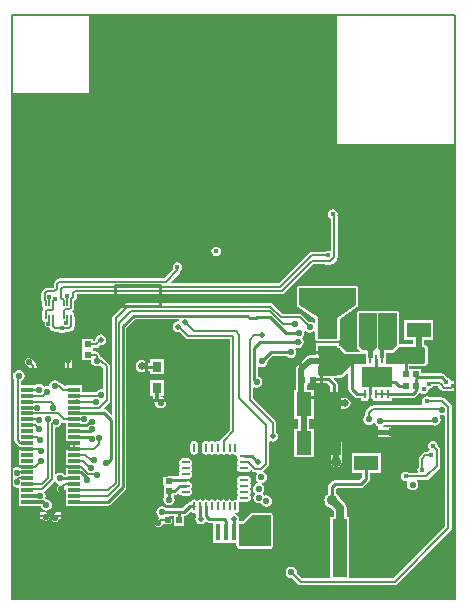
<source format=gbl>
%FSLAX25Y25*%
%MOIN*%
G70*
G01*
G75*
G04 Layer_Physical_Order=6*
G04 Layer_Color=16711680*
%ADD10C,0.01244*%
%ADD11C,0.01772*%
%ADD12C,0.00787*%
%ADD13C,0.01000*%
%ADD14C,0.01575*%
%ADD15R,0.01969X0.01969*%
%ADD16R,0.01969X0.01969*%
%ADD17R,0.19291X0.19291*%
%ADD18O,0.00984X0.02756*%
%ADD19O,0.02756X0.00984*%
%ADD20R,0.04134X0.04134*%
%ADD21R,0.04134X0.08858*%
%ADD22R,0.01083X0.00984*%
%ADD23R,0.01083X0.01969*%
%ADD24R,0.03150X0.06693*%
%ADD25R,0.07992X0.05000*%
%ADD26R,0.05512X0.04724*%
%ADD27R,0.12992X0.12992*%
%ADD28O,0.00984X0.03150*%
%ADD29O,0.03150X0.00984*%
%ADD30R,0.03937X0.01575*%
%ADD31R,0.03150X0.03543*%
%ADD32R,0.03543X0.03150*%
%ADD33C,0.00787*%
%ADD34R,0.02362X0.01969*%
%ADD35C,0.05906*%
%ADD36O,0.02559X0.00984*%
%ADD37O,0.00984X0.02559*%
%ADD38R,0.11024X0.11024*%
%ADD39R,0.03543X0.06299*%
%ADD40R,0.04921X0.07874*%
%ADD41R,0.05118X0.06693*%
%ADD42O,0.02559X0.00787*%
%ADD43O,0.00787X0.02559*%
%ADD44R,0.03307X0.04803*%
%ADD45R,0.01740X0.01378*%
%ADD46R,0.01772X0.00984*%
%ADD47R,0.02756X0.06299*%
%ADD48C,0.01264*%
%ADD49C,0.01969*%
%ADD50C,0.00866*%
%ADD51C,0.00709*%
%ADD52C,0.00800*%
%ADD53C,0.00591*%
%ADD54C,0.00669*%
%ADD55C,0.00984*%
%ADD56C,0.01181*%
%ADD57C,0.01378*%
%ADD58C,0.01410*%
%ADD59R,0.01953X0.01969*%
%ADD60R,0.02953X0.01969*%
%ADD61R,0.05906X0.04134*%
%ADD62R,0.04423X0.05873*%
%ADD63R,0.09700X0.03900*%
%ADD64R,0.06400X0.04800*%
%ADD65R,0.02400X0.02800*%
%ADD66R,0.02800X0.02400*%
%ADD67R,0.02500X0.02800*%
%ADD68R,0.15900X0.01100*%
%ADD69R,0.02589X0.09647*%
%ADD70R,0.01975X0.09510*%
%ADD71R,0.05649X0.04800*%
%ADD72R,0.18046X0.01322*%
%ADD73R,0.18000X0.02233*%
%ADD74R,0.01364X0.08514*%
%ADD75R,0.01331X0.08465*%
%ADD76R,0.22123X0.02927*%
%ADD77R,0.09823X0.14573*%
%ADD78R,0.08600X0.05500*%
%ADD79R,0.08100X0.05600*%
%ADD80R,0.03700X0.03400*%
%ADD81R,0.06197X0.04400*%
%ADD82R,0.22700X0.03200*%
%ADD83R,0.08421X0.04909*%
%ADD84R,0.01422X0.05191*%
%ADD85R,0.01545X0.00445*%
%ADD86R,0.01558X0.02675*%
%ADD87R,0.04000X0.02020*%
%ADD88C,0.02165*%
%ADD89C,0.01969*%
%ADD90C,0.01575*%
%ADD91C,0.01772*%
%ADD92C,0.11811*%
%ADD93C,0.03543*%
%ADD94C,0.02598*%
%ADD95C,0.02756*%
%ADD96C,0.02559*%
%ADD97C,0.02362*%
%ADD98C,0.02756*%
%ADD99C,0.03937*%
%ADD100R,0.04724X0.05315*%
%ADD101R,0.03937X0.01378*%
%ADD102R,0.03937X0.05709*%
%ADD103R,0.05000X0.07992*%
%ADD104R,0.09843X0.06890*%
%ADD105R,0.00906X0.03150*%
%ADD106R,0.06299X0.09843*%
%ADD107R,0.04724X0.19685*%
%ADD108R,0.06299X0.11811*%
%ADD109O,0.00591X0.01969*%
%ADD110O,0.02953X0.00984*%
%ADD111O,0.00984X0.02953*%
%ADD112R,0.07087X0.07480*%
%ADD113R,0.09055X0.07480*%
%ADD114R,0.01575X0.05512*%
G36*
X108221Y84373D02*
X108255Y84260D01*
X108278Y84145D01*
X108300Y84112D01*
X108312Y84074D01*
X108386Y83982D01*
X108452Y83884D01*
X108485Y83862D01*
X108510Y83831D01*
X108579Y83775D01*
X108614Y83757D01*
X108642Y83728D01*
X108715Y83698D01*
X108781Y83654D01*
X108820Y83647D01*
X108855Y83628D01*
X108895Y83624D01*
X108931Y83609D01*
X109033Y83588D01*
X109033Y83588D01*
X109082Y83579D01*
X109144Y83537D01*
X110852Y81830D01*
X111087Y81595D01*
X117878D01*
Y78445D01*
X113449D01*
X110958Y75954D01*
X109666Y74662D01*
X109604Y74621D01*
X109531Y74606D01*
X108705D01*
X108626D01*
X108548Y74622D01*
X107384D01*
X107307Y74606D01*
X105504D01*
X105378Y74631D01*
X102032D01*
Y74902D01*
X101933D01*
Y77721D01*
X105083D01*
X105774Y77859D01*
X106360Y78250D01*
X106752Y78836D01*
X106889Y79527D01*
X106752Y80219D01*
X106360Y80805D01*
X105774Y81196D01*
X105083Y81334D01*
X101948D01*
Y84433D01*
X107610D01*
X108221Y84373D01*
D02*
G37*
G36*
X137700Y83600D02*
Y78900D01*
X137300Y78500D01*
X137200Y78400D01*
X124800D01*
X124500Y78700D01*
Y81900D01*
X127000D01*
X129200Y84100D01*
X137200D01*
X137700Y83600D01*
D02*
G37*
G36*
X108100Y151600D02*
X147700D01*
D01*
X147700D01*
X147800Y151500D01*
Y72937D01*
X147414Y72620D01*
X146981Y72706D01*
X146601Y72630D01*
X146186Y72908D01*
X146165Y73014D01*
X145817Y73535D01*
X145296Y73883D01*
X144994Y73943D01*
X144009Y74928D01*
X143583Y75213D01*
X143081Y75313D01*
X136382D01*
Y76772D01*
X132839D01*
D01*
X132839Y76772D01*
X132839D01*
D01*
X132379Y76772D01*
Y77597D01*
X137200D01*
X137507Y77658D01*
X137768Y77832D01*
X137868Y77932D01*
X137868Y77932D01*
X138268Y78332D01*
X138442Y78593D01*
X138503Y78900D01*
Y83600D01*
X138503Y83600D01*
X138442Y83907D01*
X138268Y84168D01*
X138268Y84168D01*
X137768Y84668D01*
X137507Y84842D01*
X137204Y84902D01*
Y86516D01*
X140181D01*
Y93090D01*
X130614D01*
Y86516D01*
X133591D01*
Y84903D01*
X129200D01*
X129200Y84903D01*
X129051Y85025D01*
Y95268D01*
X128990Y95576D01*
X128816Y95836D01*
X128555Y96010D01*
X128248Y96071D01*
X121850D01*
X121637Y96029D01*
X121424Y96071D01*
X115551D01*
X115244Y96010D01*
X114983Y95836D01*
X114809Y95576D01*
X114748Y95268D01*
Y84442D01*
X114748Y84442D01*
X114809Y84135D01*
X114983Y83874D01*
X114983Y83874D01*
X115998Y82859D01*
X115807Y82397D01*
X111419D01*
X111419Y82397D01*
X109712Y84105D01*
X109646Y84149D01*
X109590Y84205D01*
X109528Y84246D01*
X109455Y84276D01*
X109451Y84279D01*
X109447Y84280D01*
X109403Y84298D01*
X109392Y84306D01*
X109392Y84306D01*
X109363Y84314D01*
X109239Y84366D01*
X109239Y84366D01*
D01*
D01*
X109190Y84376D01*
X109190D01*
X109190Y84376D01*
X109088Y84396D01*
D01*
X109061Y84418D01*
X109054Y84428D01*
X109027Y84455D01*
X109023Y84494D01*
X109020Y84505D01*
Y85236D01*
X101146D01*
Y84433D01*
Y81334D01*
X99276D01*
X98584Y81196D01*
X97998Y80805D01*
X95046Y77852D01*
X94654Y77266D01*
X94516Y76575D01*
Y69744D01*
X93862D01*
Y60177D01*
X95343D01*
Y56850D01*
X93862D01*
Y47284D01*
X100437D01*
Y56850D01*
X98956D01*
Y60177D01*
X100437D01*
Y69744D01*
X98129D01*
Y71358D01*
X98488D01*
Y72100D01*
X98944Y72404D01*
X99367Y72122D01*
X99866Y72022D01*
X104838D01*
X105845Y71015D01*
Y66492D01*
X105481Y65947D01*
X105343Y65256D01*
X105481Y64565D01*
X105872Y63979D01*
X106458Y63587D01*
X107150Y63450D01*
X110988D01*
X111679Y63587D01*
X112266Y63979D01*
X112657Y64565D01*
X112795Y65256D01*
X112657Y65947D01*
X112266Y66533D01*
X111679Y66925D01*
X110988Y67062D01*
X108454D01*
Y71555D01*
X108371Y71971D01*
X108355Y72054D01*
X108072Y72478D01*
X107142Y73407D01*
X107307Y73804D01*
X107384Y73819D01*
X107463D01*
X108469D01*
X108548D01*
X108626Y73804D01*
X109531D01*
X109609Y73819D01*
X109688D01*
X109761Y73833D01*
X109761Y73833D01*
X109761D01*
X109834Y73864D01*
X109838Y73865D01*
X109842Y73867D01*
X109887Y73886D01*
X109969Y73920D01*
X109973Y73921D01*
X109977Y73923D01*
X110050Y73953D01*
X110050Y73953D01*
X110050Y73953D01*
X110112Y73995D01*
X110168Y74051D01*
X110234Y74094D01*
X111525Y75386D01*
X111525Y75386D01*
Y75386D01*
X111987Y75195D01*
Y70100D01*
X112087Y69598D01*
X112372Y69172D01*
X114073Y67470D01*
X114073D01*
X114073Y67470D01*
X114073Y67470D01*
Y67470D01*
X114499Y67186D01*
X115002Y67086D01*
X116181D01*
Y66036D01*
X118661D01*
Y66837D01*
X119048Y67154D01*
X119390Y67086D01*
X119732Y67154D01*
X120118Y66837D01*
Y66036D01*
X126535D01*
Y67086D01*
X133520D01*
X134023Y67186D01*
X134449Y67470D01*
X134449Y67470D01*
X134449Y67470D01*
X135538Y68560D01*
X135606Y68661D01*
X136096Y68758D01*
X136447Y68524D01*
X137100Y68394D01*
X137753Y68524D01*
X138306Y68894D01*
X138676Y69447D01*
X138805Y70095D01*
X139453Y70224D01*
X140006Y70594D01*
X140302Y71036D01*
X141718D01*
X141834Y70920D01*
X141929Y70778D01*
X143059Y69648D01*
X143437Y69395D01*
X143437Y69395D01*
X143437Y69395D01*
D01*
X143437Y69395D01*
X143437Y69395D01*
X143882Y69307D01*
X146352D01*
X146798Y69395D01*
X146936Y69488D01*
X146954Y69500D01*
X146981Y69494D01*
X147414Y69580D01*
X147800Y69263D01*
Y0D01*
X0D01*
Y37348D01*
X441Y37583D01*
X845Y37313D01*
X1575Y37168D01*
X1877Y37228D01*
X2264Y36911D01*
Y36811D01*
Y35827D01*
Y32874D01*
Y30906D01*
X7776D01*
Y30977D01*
X9496D01*
X9557Y30668D01*
X9971Y30049D01*
X10589Y29636D01*
X11319Y29491D01*
X12049Y29636D01*
X12667Y30049D01*
X13081Y30668D01*
X13226Y31398D01*
X13081Y32127D01*
X12667Y32746D01*
X12049Y33159D01*
X11419Y33284D01*
X11328Y33375D01*
X11067Y33550D01*
X11013Y33818D01*
X11013D01*
X11013Y33818D01*
X11159Y34547D01*
X11013Y35277D01*
X10652Y35819D01*
X12269Y37436D01*
X12440Y37692D01*
X13882Y39134D01*
X14380Y39085D01*
X14498Y38908D01*
X15117Y38494D01*
X15353Y38447D01*
X15498Y37969D01*
X15192Y37663D01*
X14931Y37272D01*
X14839Y36811D01*
X14931Y36350D01*
X15192Y35960D01*
X15583Y35699D01*
X16043Y35607D01*
X16504Y35699D01*
X16895Y35960D01*
X17353Y36418D01*
X17815Y36226D01*
Y34843D01*
Y32874D01*
Y30906D01*
X23327D01*
Y31137D01*
X31890D01*
X32366Y31232D01*
X32770Y31502D01*
X37691Y36423D01*
X37961Y36827D01*
X38055Y37303D01*
X38055Y37303D01*
X38055Y37303D01*
Y37303D01*
Y90396D01*
X40943Y93283D01*
X55471D01*
X55551Y93186D01*
X55477Y92691D01*
X55373Y92622D01*
X55216Y92653D01*
X54525Y92515D01*
X53939Y92124D01*
X53548Y91538D01*
X53410Y90847D01*
X53548Y90155D01*
X53939Y89569D01*
X54525Y89178D01*
X55216Y89040D01*
X55631Y89123D01*
X57810Y86944D01*
X58201Y86683D01*
X58661Y86591D01*
X58662Y86591D01*
X72516D01*
Y56419D01*
X69626Y53529D01*
X69365Y53138D01*
X69273Y52678D01*
X69273Y52677D01*
X68984Y52634D01*
X68984Y52634D01*
X68984Y52634D01*
X68484Y52733D01*
X67985Y52634D01*
X67562Y52351D01*
X67438D01*
X67015Y52634D01*
X66516Y52733D01*
X66017Y52634D01*
X65593Y52351D01*
X65470D01*
X65047Y52634D01*
X64547Y52733D01*
X64048Y52634D01*
X63625Y52351D01*
X63342Y51928D01*
X63243Y51428D01*
Y49460D01*
X63342Y48961D01*
X63625Y48537D01*
X64048Y48255D01*
X64547Y48155D01*
X65047Y48255D01*
X65470Y48537D01*
X65593D01*
X66017Y48255D01*
X66516Y48155D01*
X67015Y48255D01*
X67438Y48537D01*
X67562D01*
X67985Y48255D01*
X68484Y48155D01*
X68984Y48255D01*
X69407Y48537D01*
X69530D01*
X69954Y48255D01*
X70453Y48155D01*
X70952Y48255D01*
X71375Y48537D01*
X71499D01*
X71922Y48255D01*
X72421Y48155D01*
X72921Y48255D01*
X73344Y48537D01*
X73467D01*
X73891Y48255D01*
X74390Y48155D01*
X74654Y48208D01*
X75008Y47854D01*
X74955Y47590D01*
X75055Y47091D01*
X75337Y46667D01*
Y46544D01*
X75055Y46121D01*
X74955Y45621D01*
X75055Y45122D01*
X75337Y44699D01*
Y44575D01*
X75055Y44152D01*
X74955Y43653D01*
X75055Y43154D01*
X75337Y42730D01*
X75761Y42448D01*
X76260Y42348D01*
X78228D01*
X78728Y42448D01*
X79151Y42730D01*
X79234Y42854D01*
X79731Y42903D01*
X80051Y42583D01*
X80052Y42583D01*
X80286Y42427D01*
X80442Y42322D01*
X80903Y42230D01*
X81310D01*
X81546Y41789D01*
X81238Y41330D01*
X81093Y40600D01*
X81238Y39870D01*
X81652Y39252D01*
X81840Y39126D01*
X81742Y38636D01*
X81370Y38562D01*
X80752Y38148D01*
X80338Y37530D01*
X80193Y36800D01*
X80338Y36070D01*
X80752Y35452D01*
X80752D01*
X80852Y35148D01*
X80438Y34530D01*
X80293Y33800D01*
X80438Y33070D01*
X80852Y32452D01*
X81470Y32038D01*
X82200Y31893D01*
X82925Y32037D01*
X82938Y31970D01*
X83352Y31352D01*
X83970Y30938D01*
X84700Y30793D01*
X85430Y30938D01*
X86048Y31352D01*
X86462Y31970D01*
X86607Y32700D01*
X86462Y33430D01*
X86048Y34048D01*
X85430Y34462D01*
X84700Y34607D01*
X84042Y34476D01*
X83962Y34530D01*
Y34530D01*
X83962Y34530D01*
X83548Y35148D01*
X83448Y35215D01*
Y35452D01*
X83862Y36070D01*
X84007Y36800D01*
X83862Y37530D01*
X83448Y38148D01*
X83260Y38274D01*
X83358Y38764D01*
X83730Y38838D01*
X84348Y39252D01*
X84762Y39870D01*
X84907Y40600D01*
X84762Y41330D01*
X84348Y41948D01*
X83730Y42362D01*
X83626Y42382D01*
X83586Y42583D01*
X85251Y44249D01*
X85513Y44639D01*
X85604Y45100D01*
Y52424D01*
X86045Y52659D01*
X86137Y52598D01*
X86828Y52461D01*
X87520Y52598D01*
X88106Y52990D01*
X88497Y53576D01*
X88635Y54267D01*
X88497Y54958D01*
X88106Y55544D01*
X88033Y55593D01*
Y58672D01*
X88033Y58672D01*
X87941Y59132D01*
X87680Y59523D01*
X87680Y59523D01*
X80299Y66904D01*
Y70260D01*
X80685Y70578D01*
X81398Y70436D01*
X82127Y70581D01*
X82746Y70994D01*
X83159Y71613D01*
X83304Y72342D01*
X83159Y73072D01*
X82746Y73691D01*
X82127Y74104D01*
X81953Y74139D01*
Y77266D01*
X82394Y77501D01*
X82440Y77471D01*
X83169Y77326D01*
X83899Y77471D01*
X84518Y77884D01*
X84931Y78503D01*
X85076Y79232D01*
X85052Y79355D01*
X86736Y81039D01*
X91397D01*
X91467Y80935D01*
X92085Y80522D01*
X92815Y80377D01*
X93545Y80522D01*
X94163Y80935D01*
X94577Y81554D01*
X94722Y82284D01*
X94577Y83013D01*
X94285Y83449D01*
X94563Y83865D01*
X95276Y83723D01*
X96005Y83868D01*
X96624Y84282D01*
X97037Y84900D01*
X97182Y85630D01*
X97037Y86360D01*
X96624Y86978D01*
Y87201D01*
X96821Y87333D01*
X97234Y87951D01*
X97379Y88681D01*
X97290Y89132D01*
X97751Y89323D01*
X97766Y89301D01*
X98384Y88888D01*
X99114Y88743D01*
X99844Y88888D01*
X100462Y89301D01*
X100933Y88987D01*
Y86811D01*
X100995Y86504D01*
X101146Y86278D01*
Y86024D01*
X101659D01*
X101736Y86008D01*
X108331D01*
X108408Y86024D01*
X109020D01*
Y86425D01*
X109072Y86504D01*
X109134Y86811D01*
Y93418D01*
X114986Y97437D01*
X115038Y97490D01*
X115099Y97531D01*
X115146Y97601D01*
X115205Y97662D01*
X115232Y97730D01*
X115273Y97792D01*
X115290Y97874D01*
X115321Y97953D01*
X115320Y98027D01*
X115334Y98099D01*
Y103642D01*
X115273Y103949D01*
X115099Y104209D01*
X114839Y104383D01*
X114532Y104445D01*
X95535D01*
X95228Y104383D01*
X94968Y104209D01*
X94794Y103949D01*
X94733Y103642D01*
Y98167D01*
X94747Y98094D01*
X94746Y98020D01*
X94777Y97942D01*
X94794Y97859D01*
X94835Y97798D01*
X94862Y97729D01*
X94921Y97669D01*
X94968Y97599D01*
X95029Y97558D01*
X95081Y97505D01*
X100933Y93486D01*
Y92313D01*
X100462Y91998D01*
X99844Y92411D01*
X99114Y92556D01*
X98944Y92523D01*
X96718Y94749D01*
X96327Y95010D01*
X95866Y95102D01*
X95866Y95102D01*
X90106D01*
X86856Y98352D01*
X86465Y98613D01*
X86004Y98704D01*
X86004Y98704D01*
X38388D01*
X37927Y98613D01*
X37537Y98352D01*
X37537Y98352D01*
X33637Y94451D01*
X33376Y94061D01*
X33284Y93600D01*
X33284Y93600D01*
Y61726D01*
X32822Y61534D01*
X31412Y62944D01*
X30987Y63228D01*
X30484Y63328D01*
X30393Y63548D01*
X32249Y65403D01*
X32249Y65403D01*
X32406Y65637D01*
X32510Y65794D01*
X32602Y66255D01*
Y77559D01*
X32602Y77559D01*
X32510Y78020D01*
X32249Y78411D01*
X32249Y78411D01*
X30281Y80379D01*
X29890Y80640D01*
X29619Y80694D01*
X29498Y80876D01*
X29354Y80972D01*
Y81004D01*
X29354Y81004D01*
X29262Y81465D01*
X29001Y81855D01*
X29001Y81855D01*
X28607Y82249D01*
X28217Y82510D01*
X27756Y82602D01*
X27756Y82602D01*
X27224D01*
X26870Y82955D01*
Y83169D01*
Y83169D01*
D01*
X26870Y83523D01*
X26870Y83523D01*
X26870D01*
Y83737D01*
X27953D01*
X27953Y83737D01*
X28414Y83828D01*
X28804Y84089D01*
X29343Y84628D01*
X29429Y84611D01*
X30120Y84749D01*
X30706Y85140D01*
X31098Y85726D01*
X31236Y86417D01*
X31098Y87109D01*
X30706Y87695D01*
X30120Y88086D01*
X29429Y88224D01*
X28738Y88086D01*
X28152Y87695D01*
X27760Y87109D01*
X27623Y86417D01*
X27623Y86417D01*
X27623Y86417D01*
X27454Y86145D01*
X26870D01*
Y86713D01*
X23327D01*
Y83523D01*
X23327Y83523D01*
X23327D01*
X23327Y83169D01*
Y83169D01*
X23327D01*
X23327D01*
X23327Y83169D01*
X23327D01*
D01*
Y79626D01*
X26162D01*
X26243Y79527D01*
X26388Y78798D01*
X26801Y78179D01*
X27420Y77766D01*
X28150Y77621D01*
X28879Y77766D01*
X29244Y78010D01*
X30193Y77060D01*
Y70279D01*
X29807Y69961D01*
X29528Y70017D01*
X28798Y69872D01*
X28179Y69459D01*
X27886Y69019D01*
X23327D01*
Y71260D01*
X17815D01*
Y70988D01*
X17330D01*
X16403Y71914D01*
X16012Y72176D01*
X15551Y72267D01*
X15551Y72267D01*
X15519D01*
X15423Y72411D01*
X14805Y72825D01*
X14075Y72970D01*
X13345Y72825D01*
X12727Y72411D01*
X12313Y71793D01*
X12219Y71320D01*
X11804Y71042D01*
X11516Y71100D01*
X10786Y70955D01*
X10581Y70817D01*
X10305Y71230D01*
X9686Y71644D01*
X8957Y71789D01*
X8227Y71644D01*
X7653Y71260D01*
X3034D01*
Y72839D01*
X3514Y73160D01*
X3927Y73778D01*
X4072Y74508D01*
X3927Y75238D01*
X3514Y75856D01*
X2895Y76269D01*
X2165Y76415D01*
X1436Y76269D01*
X817Y75856D01*
X478Y75349D01*
X0Y75494D01*
Y168800D01*
X25700D01*
Y194600D01*
X108100D01*
Y151600D01*
D02*
G37*
G36*
X706Y73316D02*
Y52953D01*
X795Y52507D01*
X1047Y52130D01*
X1834Y51342D01*
X2212Y51090D01*
X2264Y51080D01*
Y50591D01*
X3519D01*
X3836Y50204D01*
X3815Y50098D01*
X3836Y49993D01*
X3519Y49606D01*
X2264D01*
Y46654D01*
Y44685D01*
X3519D01*
X3836Y44298D01*
X3815Y44193D01*
X3836Y44087D01*
X3519Y43701D01*
X2584D01*
X2304Y43888D01*
X1575Y44033D01*
X845Y43888D01*
X441Y43617D01*
X0Y43853D01*
Y73521D01*
X304Y73614D01*
X706Y73316D01*
D02*
G37*
G36*
X17159Y58737D02*
X17159Y58737D01*
X17815D01*
Y56496D01*
Y54527D01*
Y52559D01*
X19070D01*
X19388Y52172D01*
X19367Y52067D01*
Y50098D01*
X19388Y49993D01*
X19070Y49606D01*
X17815D01*
Y46654D01*
Y44685D01*
X19070D01*
X19388Y44298D01*
X19367Y44193D01*
X19388Y44087D01*
X19070Y43701D01*
X17815D01*
Y41500D01*
X17264D01*
X17195Y41604D01*
X16576Y42017D01*
X15846Y42163D01*
X15117Y42017D01*
X14675Y41723D01*
X14235Y41958D01*
Y57076D01*
X14500Y57293D01*
X15230Y57438D01*
X15848Y57852D01*
X16262Y58470D01*
X16300Y58663D01*
X16698Y58828D01*
X17159Y58737D01*
D02*
G37*
G36*
X128248Y84442D02*
X126989Y83261D01*
X126780Y83064D01*
X124053D01*
X123948Y82965D01*
Y80406D01*
X122689D01*
Y83064D01*
X121850Y83851D01*
Y95268D01*
X128248D01*
Y84442D01*
D02*
G37*
G36*
X114532Y98099D02*
X108331Y93841D01*
Y86811D01*
X101736D01*
Y93908D01*
X95535Y98167D01*
Y103642D01*
X114532D01*
Y98099D01*
D02*
G37*
G36*
X121424Y83917D02*
X120079Y82572D01*
Y80308D01*
X118701D01*
Y82572D01*
X118209Y83064D01*
X116929D01*
X115551Y84442D01*
Y95268D01*
X121424D01*
Y83917D01*
D02*
G37*
%LPC*%
G36*
X108035Y53972D02*
X107344Y53834D01*
X106758Y53443D01*
X106367Y52857D01*
X106229Y52165D01*
Y45768D01*
X106367Y45076D01*
X106758Y44490D01*
X107344Y44099D01*
X108035Y43961D01*
X108727Y44099D01*
X109313Y44490D01*
X109704Y45076D01*
X109842Y45768D01*
Y52165D01*
X109704Y52857D01*
X109313Y53443D01*
X108727Y53834D01*
X108035Y53972D01*
D02*
G37*
G36*
X10728Y29059D02*
X10728Y29059D01*
X6890D01*
X6429Y28967D01*
X6038Y28706D01*
X5777Y28315D01*
X5686Y27854D01*
X5777Y27393D01*
X6038Y27003D01*
X6429Y26742D01*
X6890Y26650D01*
X10229D01*
X10369Y26511D01*
X10760Y26250D01*
X11220Y26158D01*
X11681Y26250D01*
X12072Y26511D01*
X12333Y26901D01*
X12425Y27362D01*
X12333Y27823D01*
X12072Y28214D01*
X11580Y28706D01*
X11189Y28967D01*
X10728Y29059D01*
D02*
G37*
G36*
X18701Y29059D02*
X15157D01*
X14697Y28967D01*
X14306Y28706D01*
X14306Y28706D01*
X13420Y27820D01*
X13159Y27429D01*
X13067Y26969D01*
X13159Y26508D01*
X13420Y26117D01*
X13811Y25856D01*
X14272Y25764D01*
X14732Y25856D01*
X15123Y26117D01*
X15656Y26650D01*
X18701D01*
X19162Y26742D01*
X19552Y27003D01*
X19813Y27393D01*
X19905Y27854D01*
X19813Y28315D01*
X19552Y28706D01*
X19162Y28967D01*
X18701Y29059D01*
D02*
G37*
G36*
X78228Y41020D02*
X76260D01*
X75761Y40921D01*
X75337Y40638D01*
X75055Y40215D01*
X74955Y39716D01*
X75055Y39217D01*
X75337Y38793D01*
Y38670D01*
X75055Y38247D01*
X74955Y37747D01*
X75055Y37248D01*
X75337Y36825D01*
Y36701D01*
X75055Y36278D01*
X74955Y35779D01*
X75055Y35280D01*
X75337Y34856D01*
Y34733D01*
X75055Y34310D01*
X74955Y33810D01*
X75008Y33546D01*
X74654Y33192D01*
X74390Y33245D01*
X73891Y33145D01*
X73467Y32863D01*
X73344D01*
X72921Y33145D01*
X72421Y33245D01*
X71922Y33145D01*
X71499Y32863D01*
X71375D01*
X70952Y33145D01*
X70453Y33245D01*
X69954Y33145D01*
X69530Y32863D01*
X69407D01*
X68984Y33145D01*
X68484Y33245D01*
X67985Y33145D01*
X67562Y32863D01*
X67438D01*
X67015Y33145D01*
X66516Y33245D01*
X66017Y33145D01*
X65593Y32863D01*
X65470D01*
X65047Y33145D01*
X64547Y33245D01*
X64048Y33145D01*
X63625Y32863D01*
X63501D01*
X63078Y33145D01*
X62579Y33245D01*
X62080Y33145D01*
X61656Y32863D01*
X61533D01*
X61110Y33145D01*
X60610Y33245D01*
X60111Y33145D01*
X59688Y32863D01*
X59405Y32439D01*
X59371Y32269D01*
X59156D01*
X58654Y32169D01*
X58228Y31884D01*
X56656Y30313D01*
X51297D01*
X51250Y30384D01*
X50631Y30797D01*
X49902Y30942D01*
X49172Y30797D01*
X48553Y30384D01*
X48140Y29765D01*
X47995Y29035D01*
X48140Y28306D01*
X48553Y27687D01*
X48724Y27573D01*
X48773Y27076D01*
X47749Y26052D01*
X47487Y25661D01*
X47396Y25200D01*
X47487Y24739D01*
X47749Y24349D01*
X48139Y24087D01*
X48600Y23996D01*
X49061Y24087D01*
X49452Y24349D01*
X50199Y25096D01*
X52021D01*
X52481Y25187D01*
X52872Y25449D01*
X53133Y25839D01*
X53225Y26300D01*
X53133Y26761D01*
X52872Y27152D01*
X52481Y27413D01*
X52021Y27504D01*
X52204Y27687D01*
X53792D01*
Y24528D01*
X57335D01*
Y27714D01*
X57702Y27787D01*
X58128Y28072D01*
X59176Y29120D01*
X59674Y29070D01*
X59688Y29049D01*
X60111Y28766D01*
X60610Y28667D01*
X60880Y28721D01*
X61266Y28403D01*
Y27723D01*
X61072Y27432D01*
X60935Y26741D01*
X61072Y26050D01*
X61464Y25464D01*
X62050Y25072D01*
X62741Y24935D01*
X63432Y25072D01*
X64018Y25464D01*
X64212Y25754D01*
X64702Y25851D01*
X65098Y25587D01*
X65600Y25487D01*
X67048D01*
Y18757D01*
X74697D01*
Y18000D01*
X74697Y18000D01*
X74758Y17693D01*
X74932Y17432D01*
X74932Y17432D01*
X75332Y17032D01*
X75593Y16858D01*
X75900Y16797D01*
X85900D01*
X86207Y16858D01*
X86468Y17032D01*
X86468Y17032D01*
X86668Y17232D01*
X86842Y17493D01*
X86903Y17800D01*
Y27900D01*
X86842Y28207D01*
X86668Y28468D01*
X86568Y28568D01*
X86307Y28742D01*
X86000Y28803D01*
X80000D01*
X80000Y28803D01*
X79693Y28742D01*
X79432Y28568D01*
X76767Y25903D01*
X75779D01*
X75725Y25939D01*
X75438Y26289D01*
X75547Y26841D01*
X75410Y27532D01*
X75018Y28118D01*
X74432Y28510D01*
X74361Y28524D01*
X74390Y28667D01*
X74889Y28766D01*
X75312Y29049D01*
X75595Y29472D01*
X75694Y29972D01*
Y31940D01*
X75642Y32205D01*
X75995Y32558D01*
X76260Y32506D01*
X78228D01*
X78728Y32605D01*
X79151Y32888D01*
X79434Y33311D01*
X79533Y33810D01*
X79434Y34310D01*
X79151Y34733D01*
Y34856D01*
X79434Y35280D01*
X79533Y35779D01*
X79434Y36278D01*
X79151Y36701D01*
Y36825D01*
X79434Y37248D01*
X79533Y37747D01*
X79434Y38247D01*
X79151Y38670D01*
Y38793D01*
X79434Y39217D01*
X79533Y39716D01*
X79434Y40215D01*
X79151Y40638D01*
X78728Y40921D01*
X78228Y41020D01*
D02*
G37*
G36*
X138100Y67606D02*
X137447Y67476D01*
X136894Y67106D01*
X136524Y66553D01*
X136394Y65900D01*
X136524Y65247D01*
X136659Y65045D01*
X136423Y64604D01*
X120200D01*
X119739Y64513D01*
X119349Y64252D01*
X118046Y62949D01*
X117785Y62559D01*
X117693Y62098D01*
X117693Y62098D01*
Y61385D01*
X117549Y61289D01*
X117136Y60671D01*
X116991Y59941D01*
X117136Y59211D01*
X117549Y58593D01*
X118168Y58179D01*
X118898Y58034D01*
X119627Y58179D01*
X120246Y58593D01*
X120373Y58783D01*
X120863Y58685D01*
X120876Y58621D01*
X121290Y58002D01*
X121603Y57793D01*
X121458Y57314D01*
X119013D01*
X118398Y57192D01*
X117877Y56844D01*
X117529Y56323D01*
X117407Y55709D01*
X117529Y55094D01*
X117877Y54573D01*
X118398Y54225D01*
X119013Y54103D01*
X126736D01*
X127351Y54225D01*
X127872Y54573D01*
X128220Y55094D01*
X128342Y55709D01*
X128220Y56323D01*
X127872Y56844D01*
X127351Y57192D01*
X126736Y57314D01*
X123818D01*
X123673Y57793D01*
X123986Y58002D01*
X124082Y58146D01*
X139984D01*
X140230Y57982D01*
X140960Y57837D01*
X141690Y57982D01*
X142308Y58395D01*
X142721Y59014D01*
X142867Y59743D01*
X142721Y60473D01*
X142394Y60963D01*
X142672Y61378D01*
X143100Y61293D01*
X143774Y61427D01*
X144160Y61110D01*
Y24207D01*
X126918Y6964D01*
X112250D01*
Y27530D01*
X111508D01*
Y30267D01*
X111340Y31112D01*
X110861Y31828D01*
X109094Y33596D01*
X109088Y33641D01*
X108830Y34263D01*
X108420Y34798D01*
X107907Y35191D01*
Y36751D01*
X108244Y37087D01*
X116200D01*
X116702Y37187D01*
X117128Y37472D01*
X117128Y37472D01*
X117128Y37472D01*
X118904Y39248D01*
X119189Y39674D01*
X119289Y40176D01*
Y42185D01*
X122760D01*
Y48760D01*
X113193D01*
Y42185D01*
X116664D01*
Y40720D01*
X115656Y39713D01*
X107700D01*
X107198Y39613D01*
X106772Y39328D01*
X105666Y38223D01*
X105382Y37797D01*
X105282Y37295D01*
Y35191D01*
X104769Y34798D01*
X104359Y34263D01*
X104101Y33641D01*
X104013Y32972D01*
X104101Y32304D01*
X104359Y31682D01*
X104769Y31147D01*
X105304Y30737D01*
X105926Y30479D01*
X105971Y30473D01*
X107092Y29352D01*
Y27530D01*
X105950D01*
Y6964D01*
X96589D01*
X94874Y8680D01*
X94917Y8897D01*
X94772Y9627D01*
X94358Y10245D01*
X93740Y10658D01*
X93010Y10804D01*
X92281Y10658D01*
X91662Y10245D01*
X91249Y9627D01*
X91104Y8897D01*
X91249Y8167D01*
X91662Y7549D01*
X92281Y7135D01*
X93010Y6990D01*
X93227Y7033D01*
X95284Y4977D01*
X95662Y4724D01*
X95736Y4710D01*
X96107Y4636D01*
X127400D01*
X127846Y4724D01*
X128223Y4977D01*
X146148Y22901D01*
X146400Y23279D01*
X146415Y23353D01*
X146488Y23724D01*
Y64121D01*
X146400Y64567D01*
X146148Y64944D01*
X144196Y66896D01*
X144009Y67021D01*
X143823Y67146D01*
X143821Y67147D01*
X143818Y67149D01*
X143599Y67192D01*
X143378Y67237D01*
X139078Y67259D01*
X138753Y67476D01*
X138100Y67606D01*
D02*
G37*
G36*
X58740Y46926D02*
X56772D01*
X56272Y46826D01*
X55849Y46544D01*
X55566Y46121D01*
X55467Y45621D01*
X55566Y45122D01*
X55849Y44699D01*
Y44575D01*
X55566Y44152D01*
X55467Y43653D01*
X55566Y43154D01*
X55849Y42730D01*
Y42607D01*
X55566Y42184D01*
X55467Y41684D01*
X55525Y41391D01*
X55208Y41005D01*
X52495D01*
X51996Y40905D01*
X51573Y40622D01*
X51550Y40600D01*
X51400Y40600D01*
X51400Y40600D01*
X51400Y40600D01*
X50100D01*
X50200Y40500D01*
Y37900D01*
X50492D01*
Y37697D01*
X50492D01*
Y34154D01*
X50492Y34154D01*
X50492D01*
X50529Y34086D01*
X50404Y33899D01*
X50259Y33169D01*
X50404Y32440D01*
X50817Y31821D01*
X51436Y31408D01*
X52165Y31263D01*
X52895Y31408D01*
X53514Y31821D01*
X53927Y32440D01*
X54072Y33169D01*
X53927Y33899D01*
X53912Y33922D01*
X54035Y34154D01*
X54036D01*
X54035Y34154D01*
Y34615D01*
X54527Y34712D01*
X54953Y34997D01*
X55155Y35199D01*
X55653Y35150D01*
X55849Y34856D01*
X56272Y34574D01*
X56772Y34474D01*
X58740D01*
X59239Y34574D01*
X59663Y34856D01*
X59945Y35280D01*
X60045Y35779D01*
X59945Y36278D01*
X59663Y36701D01*
Y36825D01*
X59945Y37248D01*
X60045Y37747D01*
X59945Y38247D01*
X59663Y38670D01*
X59239Y38952D01*
X59048Y38991D01*
X58961Y39201D01*
X59061Y39700D01*
X58961Y40199D01*
X59062Y40444D01*
X59239Y40479D01*
X59663Y40762D01*
X59945Y41185D01*
X60045Y41684D01*
X59945Y42184D01*
X59663Y42607D01*
Y42730D01*
X59945Y43154D01*
X60045Y43653D01*
X59945Y44152D01*
X59663Y44575D01*
Y44699D01*
X59945Y45122D01*
X60045Y45621D01*
X59945Y46121D01*
X59663Y46544D01*
X59239Y46826D01*
X58740Y46926D01*
D02*
G37*
G36*
X50562Y80059D02*
X45838D01*
Y78813D01*
X44942D01*
X44690Y79190D01*
X44006Y79647D01*
X43200Y79807D01*
X42393Y79647D01*
X41710Y79190D01*
X41253Y78506D01*
X41093Y77700D01*
X41253Y76894D01*
X41710Y76210D01*
X42393Y75753D01*
X43200Y75593D01*
X44006Y75753D01*
X44657Y76187D01*
X45838D01*
Y74941D01*
X50562D01*
Y80059D01*
D02*
G37*
G36*
X18602Y80535D02*
X18142Y80443D01*
X17751Y80182D01*
X17490Y79791D01*
X17398Y79331D01*
X17490Y78870D01*
X17496Y78860D01*
Y74409D01*
X17588Y73949D01*
X17849Y73558D01*
X18240Y73297D01*
X18701Y73205D01*
X19162Y73297D01*
X19552Y73558D01*
X19813Y73949D01*
X19905Y74409D01*
Y79232D01*
X19813Y79693D01*
X19552Y80084D01*
X19454Y80182D01*
X19063Y80443D01*
X18602Y80535D01*
D02*
G37*
G36*
X106800Y129906D02*
X106185Y129783D01*
X105665Y129435D01*
X105317Y128914D01*
X105194Y128300D01*
X105317Y127685D01*
X105665Y127165D01*
X106139Y126847D01*
Y116413D01*
X105753Y116096D01*
X105200Y116206D01*
X104586Y116083D01*
X104247Y115857D01*
X99753D01*
X99316Y115770D01*
X98944Y115522D01*
X88766Y105344D01*
X53015D01*
X52824Y105806D01*
X55809Y108791D01*
X56057Y109162D01*
X56057Y109162D01*
X56057Y109162D01*
X56138Y109568D01*
X56483Y110085D01*
X56606Y110700D01*
X56483Y111314D01*
X56135Y111835D01*
X55615Y112183D01*
X55000Y112306D01*
X54386Y112183D01*
X53865Y111835D01*
X53517Y111314D01*
X53394Y110700D01*
X53517Y110085D01*
X53657Y109875D01*
X50726Y106944D01*
X15700D01*
X15262Y106857D01*
X14891Y106609D01*
X14073Y105791D01*
X13825Y105420D01*
X13738Y104982D01*
Y103956D01*
X13526Y103744D01*
X11500D01*
X11062Y103657D01*
X10691Y103409D01*
X9979Y102696D01*
X9730Y102325D01*
X9643Y101887D01*
Y99744D01*
X9730Y99306D01*
X9730Y99306D01*
X9730Y99306D01*
X9978Y98936D01*
Y98327D01*
X10018Y98125D01*
Y97638D01*
X10102Y97215D01*
X10341Y96857D01*
X10346Y96807D01*
X10313Y96773D01*
X10065Y96402D01*
X9978Y95965D01*
Y93996D01*
X10018Y93794D01*
Y93307D01*
X10102Y92885D01*
X10341Y92527D01*
X10700Y92287D01*
X10831Y92261D01*
X10765Y91929D01*
X10853Y91491D01*
X11101Y91120D01*
X11472Y90872D01*
X11909Y90785D01*
X12335Y90870D01*
X12409Y90499D01*
X12661Y90122D01*
X13252Y89531D01*
X13629Y89279D01*
X13703Y89264D01*
X14075Y89190D01*
X15541D01*
X16019Y88871D01*
X16634Y88749D01*
X17248Y88871D01*
X17726Y89190D01*
X18996D01*
X19442Y89279D01*
X19819Y89531D01*
X20410Y90122D01*
X20662Y90499D01*
X20751Y90945D01*
Y94095D01*
X20662Y94540D01*
X20592Y94645D01*
Y94882D01*
X20508Y95304D01*
X20269Y95662D01*
X19911Y95902D01*
X19899Y95939D01*
X20297Y96337D01*
X20545Y96708D01*
X20632Y97146D01*
Y98524D01*
Y99526D01*
X21183Y100077D01*
X21431Y100448D01*
X21518Y100886D01*
Y101599D01*
X89843D01*
X90281Y101686D01*
X90652Y101934D01*
X100274Y111556D01*
X104362D01*
X104409Y111547D01*
X105991D01*
X106429Y111634D01*
X106800Y111882D01*
X108109Y113191D01*
X108357Y113562D01*
X108357Y113562D01*
X108357Y113562D01*
X108444Y114000D01*
Y115900D01*
X108428Y115983D01*
Y127816D01*
X108369Y128113D01*
X108406Y128300D01*
X108283Y128914D01*
X107935Y129435D01*
X107414Y129783D01*
X106800Y129906D01*
D02*
G37*
G36*
X67913Y117551D02*
X67299Y117429D01*
X66778Y117080D01*
X66430Y116560D01*
X66308Y115945D01*
X66430Y115331D01*
X66778Y114810D01*
X67299Y114462D01*
X67913Y114339D01*
X68528Y114462D01*
X69049Y114810D01*
X69397Y115331D01*
X69519Y115945D01*
X69397Y116560D01*
X69049Y117080D01*
X68528Y117429D01*
X67913Y117551D01*
D02*
G37*
G36*
X140206Y52706D02*
X139591Y52583D01*
X139070Y52235D01*
X138722Y51714D01*
X138600Y51100D01*
X138722Y50485D01*
X139070Y49965D01*
Y49965D01*
Y49965D01*
X139070Y49965D01*
X139070D01*
X138955Y49513D01*
X138872Y49496D01*
X138375Y49164D01*
X137700D01*
X137328Y49090D01*
X137255Y49075D01*
X136877Y48823D01*
X135758Y47704D01*
X135506Y47327D01*
X135417Y46881D01*
Y44092D01*
X135098Y43615D01*
X134976Y43000D01*
X135085Y42451D01*
X134767Y42064D01*
X132174D01*
X131696Y42383D01*
X131081Y42506D01*
X130467Y42383D01*
X129946Y42035D01*
X129598Y41515D01*
X129475Y40900D01*
X129598Y40286D01*
X129946Y39765D01*
X130467Y39417D01*
X131081Y39294D01*
X131447Y39367D01*
X131725Y38951D01*
X131703Y38919D01*
X131558Y38189D01*
X131703Y37459D01*
X132116Y36841D01*
X132735Y36427D01*
X133465Y36282D01*
X134194Y36427D01*
X134813Y36841D01*
X135226Y37459D01*
X135371Y38189D01*
X135226Y38919D01*
X134813Y39537D01*
X134873Y39736D01*
X138000D01*
X138445Y39825D01*
X138823Y40077D01*
X142239Y43493D01*
X142491Y43870D01*
X142506Y43944D01*
X142580Y44316D01*
Y49884D01*
X142491Y50330D01*
X142239Y50707D01*
X141802Y51144D01*
X141689Y51714D01*
X141341Y52235D01*
X140820Y52583D01*
X140206Y52706D01*
D02*
G37*
G36*
X60610Y52733D02*
X60111Y52634D01*
X59688Y52351D01*
X59405Y51928D01*
X59306Y51428D01*
Y49460D01*
X59405Y48961D01*
X59688Y48537D01*
X60111Y48255D01*
X60610Y48155D01*
X61110Y48255D01*
X61533Y48537D01*
X61816Y48961D01*
X61915Y49460D01*
Y51428D01*
X61816Y51928D01*
X61533Y52351D01*
X61110Y52634D01*
X60610Y52733D01*
D02*
G37*
G36*
X5413Y80436D02*
X4953Y80345D01*
X4562Y80084D01*
X4301Y79693D01*
X4209Y79232D01*
X4301Y78771D01*
X4562Y78381D01*
X5686Y77257D01*
Y74409D01*
X5777Y73949D01*
X6038Y73558D01*
X6429Y73297D01*
X6890Y73205D01*
X7351Y73297D01*
X7741Y73558D01*
X8002Y73949D01*
X8094Y74409D01*
Y77756D01*
X8094Y77756D01*
X8002Y78217D01*
X7741Y78607D01*
X7741Y78607D01*
X6265Y80084D01*
X5874Y80345D01*
X5413Y80436D01*
D02*
G37*
G36*
X50562Y72972D02*
X45838D01*
Y67854D01*
X46795D01*
Y66700D01*
X46795Y66700D01*
X46795D01*
X46902Y66162D01*
X47207Y65707D01*
X47513Y65400D01*
X47638Y64770D01*
X48052Y64152D01*
X48670Y63738D01*
X49400Y63593D01*
X50130Y63738D01*
X50748Y64152D01*
X51162Y64770D01*
X51307Y65500D01*
X51162Y66230D01*
X50748Y66848D01*
X50130Y67262D01*
X49605Y67366D01*
Y67854D01*
X50562D01*
Y72972D01*
D02*
G37*
%LPD*%
G36*
X86100Y27900D02*
Y17800D01*
X85900Y17600D01*
X75900D01*
X75500Y18000D01*
Y25100D01*
X77100D01*
X80000Y28000D01*
X86000D01*
X86100Y27900D01*
D02*
G37*
D12*
X120200Y63400D02*
X143400D01*
X23425Y46161D02*
X25984Y43602D01*
X140750Y59350D02*
X141200Y59800D01*
X27264Y50098D02*
X28937Y51772D01*
X20571Y50098D02*
X27264D01*
X15191Y61910D02*
X17159Y59941D01*
X5020Y61910D02*
X15191D01*
X1969Y40256D02*
X5020D01*
X1575Y39862D02*
X1969Y40256D01*
X1575Y39075D02*
Y39862D01*
X13681Y63779D02*
Y65158D01*
X20764Y63684D02*
X28827D01*
X11012Y39469D02*
X11969Y40425D01*
Y60492D01*
X38388Y97500D02*
X86004D01*
X89607Y93898D01*
X23819Y59941D02*
X23917Y60039D01*
X29232Y67815D02*
X29528Y68110D01*
X31398Y66255D02*
Y77559D01*
X8858Y69784D02*
X8957Y69882D01*
X122638Y59350D02*
X140750D01*
X118898Y59941D02*
Y62098D01*
X79094Y86395D02*
X80692Y87992D01*
X79094Y66405D02*
X86828Y58672D01*
X79094Y66405D02*
Y86395D01*
X14075Y71063D02*
X15551D01*
X55216Y90847D02*
X55610D01*
X57480Y92323D02*
X60433Y89370D01*
X95866Y93898D02*
X99114Y90650D01*
X89607Y93898D02*
X95866D01*
X80692Y87992D02*
X83071D01*
X86828Y54267D02*
Y58672D01*
X84400Y45100D02*
Y58200D01*
X75700Y66900D02*
X84400Y58200D01*
X75700Y66900D02*
Y88100D01*
X74430Y89370D02*
X75700Y88100D01*
X60433Y89370D02*
X74430D01*
X49700Y26300D02*
X52021D01*
X118898Y62098D02*
X120200Y63400D01*
X5020Y69784D02*
X8858D01*
X1673Y42224D02*
X5020D01*
X1575Y42126D02*
X1673Y42224D01*
X12992Y65847D02*
X13681Y65158D01*
X58661Y87795D02*
X73425D01*
X25098Y84941D02*
X27953D01*
X29429Y86417D01*
X25098Y81398D02*
X27756D01*
X28150Y81004D01*
Y79528D02*
Y81004D01*
Y79528D02*
X29429D01*
X73425Y87795D02*
X73721Y87500D01*
X5020Y36319D02*
X5315Y36614D01*
X5020Y54035D02*
X8661D01*
X15551Y71063D02*
X16831Y69784D01*
X20571D01*
X55610Y90847D02*
X58661Y87795D01*
X29429Y79528D02*
X31398Y77559D01*
X26181Y46260D02*
X27264D01*
X5315Y36614D02*
X9744D01*
X11417Y38287D01*
X20571Y48130D02*
X24311D01*
X26181Y46260D01*
X20571Y46161D02*
X23425D01*
X5020Y50098D02*
X8661D01*
X9449Y49311D01*
X5020Y44193D02*
X7677D01*
X9547Y46063D01*
X20571Y59941D02*
X23819D01*
X20571Y50098D02*
Y52067D01*
X17520Y38287D02*
X20571D01*
Y44193D02*
X22946D01*
X25308Y41831D01*
X27953D01*
X6890Y27854D02*
X10728D01*
X15157D02*
X18701D01*
X6890Y74409D02*
Y77756D01*
X18701Y74409D02*
Y79232D01*
X18602Y79331D02*
X18701Y79232D01*
X82735Y43435D02*
X84400Y45100D01*
X80903Y43435D02*
X82735D01*
X78716Y45621D02*
X80903Y43435D01*
X77244Y45621D02*
X78716D01*
X70477Y52677D02*
X73721Y55920D01*
Y87500D01*
X70477Y50469D02*
Y52677D01*
X70453Y50444D02*
X70477Y50469D01*
X5020Y38287D02*
X9747D01*
X17159Y59941D02*
X20571D01*
Y63878D02*
X20764Y63684D01*
X28827D02*
X31398Y66255D01*
X20571Y65846D02*
X21063Y66339D01*
X21457D01*
X22241Y65554D01*
X20571Y67815D02*
X29232D01*
X22241Y65554D02*
X28053D01*
X20571Y36319D02*
X31988D01*
X10138Y67815D02*
X11516Y69193D01*
X5020Y65847D02*
X12992D01*
X9747Y38287D02*
X10928Y39469D01*
X11012D01*
X11900Y60424D02*
X11969Y60492D01*
X11900Y59900D02*
Y60424D01*
X5020Y67815D02*
X10138D01*
X34488Y93600D02*
X38388Y97500D01*
X31988Y36319D02*
X34488Y38819D01*
Y93600D01*
X5413Y79232D02*
X6890Y77756D01*
X10728Y27854D02*
X11220Y27362D01*
X14272Y26969D02*
X15157Y27854D01*
X16043Y36811D02*
X17520Y38287D01*
X27953Y41831D02*
X28740Y41043D01*
X28937Y51772D02*
Y53800D01*
X48600Y25200D02*
X49700Y26300D01*
X0Y0D02*
Y194587D01*
Y0D02*
X147638D01*
X0Y194587D02*
X147638D01*
Y0D02*
Y194587D01*
D13*
X32800Y46800D02*
Y59700D01*
X30484Y62016D02*
X32800Y59700D01*
X20677Y62016D02*
X30484D01*
X31866Y45866D02*
X32800Y46800D01*
X31004Y45866D02*
X31866D01*
X55900Y37800D02*
X57756D01*
X43200Y77700D02*
X43400Y77500D01*
X48200D01*
X143081Y74000D02*
X144681Y72400D01*
X131067Y79367D02*
X132200Y80500D01*
X131067Y75000D02*
Y79367D01*
X115002Y68398D02*
X117421D01*
X113300Y70100D02*
X115002Y68398D01*
X106595Y32972D02*
Y37295D01*
X107700Y38400D01*
X116200D01*
X117976Y40176D01*
Y45472D01*
X134610Y69488D02*
Y71063D01*
Y73228D01*
X133520Y68398D02*
X134610Y69488D01*
X125295Y68398D02*
X133520D01*
X20571Y56004D02*
X25886D01*
X26575Y56693D01*
X20571Y54035D02*
X25886D01*
X26476Y53445D01*
X52264Y33268D02*
Y35925D01*
X52165Y33169D02*
X52264Y33268D01*
X20571Y61909D02*
X20677Y62016D01*
X77244Y47590D02*
X79910D01*
X81381Y46119D01*
X52264Y35925D02*
X54025D01*
X55564Y26300D02*
Y28936D01*
X49937Y29000D02*
X55500D01*
X49902Y29035D02*
X49937Y29000D01*
X55500D02*
X55564Y28936D01*
X55500Y29000D02*
X57200D01*
X59156Y30956D01*
X60610D01*
X71182Y22300D02*
Y26018D01*
X70400Y26800D02*
X71182Y26018D01*
X65600Y26800D02*
X70400D01*
X64547Y27853D02*
X65600Y26800D01*
X64547Y27853D02*
Y30956D01*
X73741Y22300D02*
Y26841D01*
X62579Y26903D02*
Y30956D01*
Y26903D02*
X62741Y26741D01*
X54025Y35925D02*
X55900Y37800D01*
X134610Y74000D02*
Y75000D01*
Y74000D02*
X143081D01*
X20571Y57972D02*
X24645D01*
X25728Y59055D01*
X26575D01*
X113300Y70100D02*
Y78296D01*
X119390Y68398D02*
Y74213D01*
X121358Y75780D02*
X121457D01*
X121358D02*
Y80013D01*
X44700Y81500D02*
X51700D01*
Y66500D02*
Y81500D01*
X44700Y66500D02*
X51700D01*
X44700D02*
Y81500D01*
X95811Y67260D02*
Y82260D01*
X102811D01*
Y67260D02*
Y82260D01*
X95811Y67260D02*
X102811D01*
X34189Y104583D02*
X49189D01*
Y97583D02*
Y104583D01*
X34189Y97583D02*
X49189D01*
X34189D02*
Y104583D01*
D14*
X119013Y55709D02*
X126736D01*
D15*
X55564Y26300D02*
D03*
X52021D02*
D03*
X134610Y75000D02*
D03*
X131067D02*
D03*
X96716Y73130D02*
D03*
X100260D02*
D03*
X134610Y71063D02*
D03*
X131067D02*
D03*
D16*
X52264Y35925D02*
D03*
Y39469D02*
D03*
X25098Y81398D02*
D03*
Y84941D02*
D03*
D25*
X135398Y89803D02*
D03*
Y99803D02*
D03*
X117976Y55472D02*
D03*
Y45472D02*
D03*
D27*
X67500Y40700D02*
D03*
D31*
X48200Y70413D02*
D03*
Y77500D02*
D03*
D49*
X125551Y80013D02*
X126239Y80700D01*
X127800D01*
X135398Y83502D02*
Y89803D01*
X119390Y74213D02*
X121421D01*
X96323Y68150D02*
X96756Y67716D01*
X97150Y52067D02*
Y64961D01*
X96323Y76575D02*
X99276Y79527D01*
X105083D01*
X96323Y68150D02*
Y76575D01*
X108035Y45768D02*
Y52165D01*
X107150Y65256D02*
X110988D01*
D50*
X40428Y94528D02*
X78298D01*
X81505Y94095D02*
X85925D01*
X78298Y94528D02*
X79164Y93661D01*
X81072D02*
X81505Y94095D01*
X79164Y93661D02*
X81072D01*
X85925Y94095D02*
X91339Y88681D01*
X95472D01*
X95276Y85630D02*
X95768D01*
X86221Y82284D02*
X92815D01*
X83169Y79232D02*
X86221Y82284D01*
X80709Y73032D02*
X81398Y72342D01*
X80709Y73032D02*
Y83661D01*
X82677Y85630D01*
X95276D01*
X15846Y40256D02*
X20571D01*
X15846Y40256D02*
X15846Y40256D01*
X20571Y32382D02*
X31890D01*
X24803Y39665D02*
X24902Y39764D01*
Y39961D01*
X20571Y42224D02*
X23031D01*
X24803Y40453D01*
Y39665D02*
Y40453D01*
X31890Y32382D02*
X36811Y37303D01*
Y90911D01*
X40428Y94528D01*
D51*
X1870Y52953D02*
Y74213D01*
X7480Y57972D02*
X8858Y56595D01*
X5020Y57972D02*
X7480D01*
X39622Y96122D02*
X78931D01*
X35630Y92130D02*
X39622Y96122D01*
X79088Y95965D02*
X85925D01*
X78931Y96122D02*
X79088Y95965D01*
X85925D02*
X90158Y91732D01*
X19587Y90945D02*
Y94095D01*
X18996Y90354D02*
X19587Y90945D01*
X14075Y90354D02*
X18996D01*
X136581Y43000D02*
Y46881D01*
X131081Y40900D02*
X138000D01*
X141416Y44316D01*
X146352Y70471D02*
X146981Y71100D01*
X143882Y70471D02*
X146352D01*
X90158Y91732D02*
X94291D01*
X142752Y71601D02*
X143882Y70471D01*
X142752Y71601D02*
Y71648D01*
X138800Y71800D02*
X139200Y72200D01*
X143373Y66073D02*
X145324Y64121D01*
Y23724D02*
Y64121D01*
X13484Y90945D02*
X14075Y90354D01*
X13484Y90945D02*
Y93996D01*
X19488Y94193D02*
X19587Y94095D01*
X2657Y52165D02*
X4921D01*
X5020Y52067D01*
X1870Y52953D02*
X2657Y52165D01*
X1870Y74213D02*
X2165Y74508D01*
X127400Y5800D02*
X145324Y23724D01*
X93010Y8897D02*
X96107Y5800D01*
X139200Y72200D02*
X142200D01*
X142752Y71648D01*
X136581Y46881D02*
X137700Y48000D01*
X139400D01*
X141416Y44316D02*
Y49884D01*
X140100Y51200D02*
X141416Y49884D01*
X138000Y66100D02*
X143373Y66073D01*
X20571Y34350D02*
X31988D01*
X35630Y37992D01*
Y92130D01*
X96107Y5800D02*
X127400D01*
D52*
X5020Y63878D02*
X8366D01*
X121358Y68398D02*
X123327D01*
X125295D01*
D54*
X13091Y39961D02*
Y58465D01*
X14500Y59874D01*
X15700Y105800D02*
X51200D01*
X14882Y104982D02*
X15700Y105800D01*
X14882Y103482D02*
Y104982D01*
X11500Y102600D02*
X14000D01*
X10787Y101887D02*
X11500Y102600D01*
X10787Y99744D02*
Y101887D01*
X14000Y102600D02*
X14882Y103482D01*
X14500Y59200D02*
Y59874D01*
X9055Y59153D02*
Y59842D01*
X107300Y114000D02*
Y115900D01*
X105991Y112691D02*
X107300Y114000D01*
X104400Y112700D02*
X104409Y112691D01*
X99800Y112700D02*
X104400D01*
X89843Y102743D02*
X99800Y112700D01*
X99753Y114713D02*
X105413D01*
X89240Y104200D02*
X99753Y114713D01*
X17000Y104200D02*
X89240D01*
X21043Y102743D02*
X89843D01*
X104409Y112691D02*
X105991D01*
X107283Y115683D02*
Y127816D01*
X20374Y102074D02*
X21043Y102743D01*
X106800Y128300D02*
X107283Y127816D01*
X16339Y103539D02*
X17000Y104200D01*
X16339Y100394D02*
Y103539D01*
X51200Y105800D02*
X55000Y109600D01*
X20374Y100886D02*
Y102074D01*
X19488Y100000D02*
X20374Y100886D01*
X19488Y98524D02*
Y100000D01*
X17126Y96063D02*
X17618Y96555D01*
X17126Y94193D02*
Y96063D01*
X13091Y96358D02*
X13484Y96752D01*
X11516Y96358D02*
X13091D01*
X18012Y92126D02*
X18307Y92421D01*
Y94193D01*
X11909Y91929D02*
X12303Y92323D01*
Y93996D01*
Y98327D02*
Y100886D01*
X18307Y98524D02*
Y100492D01*
X13484Y98327D02*
Y99508D01*
X14173Y100197D01*
X17126Y98524D02*
Y99705D01*
X16339Y100492D02*
X17126Y99705D01*
X19488Y97146D02*
Y98524D01*
X13484Y96752D02*
Y98327D01*
X18898Y96555D02*
X19488Y97146D01*
X17618Y96555D02*
X18898D01*
X11122Y95965D02*
X11516Y96358D01*
X11122Y93996D02*
Y95965D01*
Y98327D02*
Y99410D01*
X5020Y59941D02*
X8760D01*
X9301Y59400D01*
X9055Y59153D02*
X9301Y59400D01*
X10787Y99744D02*
X11122Y99410D01*
X55000Y109600D02*
Y110700D01*
Y111100D01*
X11417Y38287D02*
X13091Y39961D01*
D55*
X129000Y71063D02*
X131067D01*
X127720Y72342D02*
X129000Y71063D01*
X105378Y73327D02*
X107150Y71555D01*
Y65256D02*
Y71555D01*
X52264Y39469D02*
X52495Y39700D01*
X57756D01*
X99866Y73327D02*
X105378D01*
X121421Y74213D02*
X123291Y72342D01*
X127720D01*
D56*
X5020Y34350D02*
X9252D01*
X48200Y66700D02*
X49400Y65500D01*
X48200Y66700D02*
Y70413D01*
X10335Y32382D02*
X11220Y31496D01*
X5020Y32382D02*
X10335D01*
D88*
X29000Y53800D02*
D03*
X23917Y60039D02*
D03*
X14500Y59200D02*
D03*
X13681Y63779D02*
D03*
X8366Y63878D02*
D03*
X14075Y71063D02*
D03*
X11516Y69193D02*
D03*
X1575Y42126D02*
D03*
X1575Y39075D02*
D03*
X9055Y59842D02*
D03*
X49400Y65500D02*
D03*
X27362Y46358D02*
D03*
X28053Y65554D02*
D03*
X11900Y59900D02*
D03*
X9547Y49311D02*
D03*
Y46063D02*
D03*
X122638Y59350D02*
D03*
X118898Y59941D02*
D03*
X99114Y90650D02*
D03*
X143100Y63200D02*
D03*
X94291Y91732D02*
D03*
X95472Y88681D02*
D03*
X140960Y59743D02*
D03*
X48602Y25335D02*
D03*
X83000Y40600D02*
D03*
X133465Y38189D02*
D03*
X118110Y75780D02*
D03*
Y72631D02*
D03*
X121457D02*
D03*
Y75780D02*
D03*
X124705D02*
D03*
Y72631D02*
D03*
X93010Y8897D02*
D03*
X28150Y79528D02*
D03*
X11319Y31398D02*
D03*
X2165Y74508D02*
D03*
X81398Y72342D02*
D03*
X95276Y85630D02*
D03*
X92815Y82284D02*
D03*
X83169Y79232D02*
D03*
X15846Y40256D02*
D03*
X26083Y43701D02*
D03*
X26575Y56693D02*
D03*
Y53445D02*
D03*
X31102Y45472D02*
D03*
X52165Y33169D02*
D03*
X16339Y36713D02*
D03*
X24803Y39665D02*
D03*
X28346Y41535D02*
D03*
X11220Y27461D02*
D03*
X14272Y27067D02*
D03*
X5512Y79134D02*
D03*
X18504Y79724D02*
D03*
X49902Y29035D02*
D03*
X82100Y36800D02*
D03*
X82200Y33800D02*
D03*
X84700Y32700D02*
D03*
X9154Y53150D02*
D03*
X9252Y34547D02*
D03*
X26575Y59055D02*
D03*
X29528Y68110D02*
D03*
X8858Y56595D02*
D03*
X8957Y69882D02*
D03*
D89*
X86828Y54267D02*
D03*
X83900Y100300D02*
D03*
X58150Y108421D02*
D03*
X51550Y109121D02*
D03*
X84000Y106600D02*
D03*
X83900Y110172D02*
D03*
Y114700D02*
D03*
X48100Y108900D02*
D03*
X88760Y127081D02*
D03*
X93287D02*
D03*
X75177D02*
D03*
X79705D02*
D03*
X84232D02*
D03*
X97815D02*
D03*
X102343D02*
D03*
X103080Y118200D02*
D03*
X98880Y118300D02*
D03*
X96080Y116700D02*
D03*
X92728Y118700D02*
D03*
X88200D02*
D03*
X86400Y116700D02*
D03*
X55216Y90847D02*
D03*
X57480Y92323D02*
D03*
X20178Y129524D02*
D03*
Y125424D02*
D03*
X11700Y127900D02*
D03*
X11805Y123440D02*
D03*
X12495Y118965D02*
D03*
X14542Y114927D02*
D03*
X17743Y111725D02*
D03*
X21780Y109675D02*
D03*
X26253Y108975D02*
D03*
X30780Y108977D02*
D03*
X35308D02*
D03*
X39836D02*
D03*
X44363D02*
D03*
X42035Y117342D02*
D03*
X37507D02*
D03*
X32980D02*
D03*
X28452D02*
D03*
X23946Y117778D02*
D03*
X20691Y120925D02*
D03*
X127200Y129800D02*
D03*
X135878Y129824D02*
D03*
X127300Y126000D02*
D03*
X125945Y123142D02*
D03*
X121417D02*
D03*
X111954Y115078D02*
D03*
X116472Y114777D02*
D03*
X121000D02*
D03*
X125527D02*
D03*
X130045Y115078D02*
D03*
X133976Y117324D02*
D03*
X135733Y121496D02*
D03*
X135778Y126024D02*
D03*
X83071Y87992D02*
D03*
X29429Y86417D02*
D03*
X100845Y190629D02*
D03*
X98674Y183022D02*
D03*
X89657Y182493D02*
D03*
X87982Y178287D02*
D03*
Y173759D02*
D03*
Y169231D02*
D03*
Y164704D02*
D03*
Y160176D02*
D03*
Y155649D02*
D03*
X88714Y151181D02*
D03*
X92196Y148287D02*
D03*
X96714Y147983D02*
D03*
X101241D02*
D03*
X105768Y147940D02*
D03*
X110179Y146917D02*
D03*
X114000Y144489D02*
D03*
X116801Y140931D02*
D03*
X118235Y136637D02*
D03*
X118404Y132112D02*
D03*
X118378Y127585D02*
D03*
X110040Y131237D02*
D03*
X109879Y135761D02*
D03*
X106954Y139217D02*
D03*
X102444Y139618D02*
D03*
X97917D02*
D03*
X93389Y139644D02*
D03*
X88953Y140548D02*
D03*
X85018Y142788D02*
D03*
X81975Y146140D02*
D03*
X80127Y150274D02*
D03*
X79618Y154772D02*
D03*
Y159300D02*
D03*
Y163827D02*
D03*
Y168355D02*
D03*
Y172882D02*
D03*
Y177410D02*
D03*
X79881Y181930D02*
D03*
X81648Y186099D02*
D03*
X84814Y189335D02*
D03*
X88954Y191169D02*
D03*
X42445Y189073D02*
D03*
X46829Y187942D02*
D03*
X50253Y184979D02*
D03*
X51941Y180778D02*
D03*
X52060Y176252D02*
D03*
Y171724D02*
D03*
Y167197D02*
D03*
Y162669D02*
D03*
Y158142D02*
D03*
Y153614D02*
D03*
Y149087D02*
D03*
Y144559D02*
D03*
Y140032D02*
D03*
Y135504D02*
D03*
Y130976D02*
D03*
Y126449D02*
D03*
X43622Y119521D02*
D03*
X43696Y124048D02*
D03*
Y128576D02*
D03*
Y133103D02*
D03*
Y137631D02*
D03*
Y142158D02*
D03*
Y146686D02*
D03*
Y151213D02*
D03*
Y155741D02*
D03*
Y160268D02*
D03*
Y164796D02*
D03*
Y169324D02*
D03*
Y173851D02*
D03*
Y178379D02*
D03*
X39819Y180718D02*
D03*
X35354Y181471D02*
D03*
X37500Y189078D02*
D03*
X81800Y45600D02*
D03*
X73741Y26841D02*
D03*
X62741Y26741D02*
D03*
X83241Y12641D02*
D03*
X82941Y8741D02*
D03*
X75841Y13341D02*
D03*
X75641Y8641D02*
D03*
X67241Y13441D02*
D03*
Y8941D02*
D03*
X53841Y13141D02*
D03*
X53741Y8541D02*
D03*
X60041Y13041D02*
D03*
X59641Y8541D02*
D03*
X56800Y21900D02*
D03*
X56741Y18841D02*
D03*
X59541Y21841D02*
D03*
X59600Y18800D02*
D03*
X62441Y21841D02*
D03*
X84900Y26700D02*
D03*
Y23944D02*
D03*
Y21188D02*
D03*
Y18826D02*
D03*
X82677Y26772D02*
D03*
Y23917D02*
D03*
Y21260D02*
D03*
Y18898D02*
D03*
X80577Y25372D02*
D03*
Y22372D02*
D03*
Y19972D02*
D03*
D90*
X4000Y103700D02*
D03*
X133400Y113500D02*
D03*
X133000Y111200D02*
D03*
X133400Y108800D02*
D03*
X134300Y106800D02*
D03*
X136000Y105100D02*
D03*
X138100Y103800D02*
D03*
X140600Y103500D02*
D03*
X6600Y103700D02*
D03*
X9100Y104000D02*
D03*
X11200Y105300D02*
D03*
X12900Y107000D02*
D03*
X13800Y109000D02*
D03*
X14200Y111400D02*
D03*
X16634Y90354D02*
D03*
X18012Y91929D02*
D03*
X136581Y43000D02*
D03*
X146981Y71100D02*
D03*
X139487Y48013D02*
D03*
X144681Y72400D02*
D03*
X136100Y80532D02*
D03*
Y82500D02*
D03*
X134132D02*
D03*
Y80532D02*
D03*
X127800Y80700D02*
D03*
X130194Y82500D02*
D03*
X129921Y80709D02*
D03*
X132200Y80500D02*
D03*
X132163Y82500D02*
D03*
X131606Y2900D02*
D03*
X127079D02*
D03*
X122551D02*
D03*
X131334Y1100D02*
D03*
X126806D02*
D03*
X122279D02*
D03*
X95113D02*
D03*
X99641D02*
D03*
X104168D02*
D03*
X108696D02*
D03*
X113224D02*
D03*
X117751D02*
D03*
X95386Y2900D02*
D03*
X99913D02*
D03*
X104441D02*
D03*
X108968D02*
D03*
X113496D02*
D03*
X118024D02*
D03*
X67948Y1100D02*
D03*
X72476D02*
D03*
X77003D02*
D03*
X81531D02*
D03*
X86058D02*
D03*
X90586D02*
D03*
X68221Y2900D02*
D03*
X72748D02*
D03*
X77276D02*
D03*
X90858D02*
D03*
X40783Y1100D02*
D03*
X45310D02*
D03*
X49838D02*
D03*
X54365D02*
D03*
X58893D02*
D03*
X63420D02*
D03*
X41055Y2900D02*
D03*
X54638D02*
D03*
X59165D02*
D03*
X63693D02*
D03*
X106500Y166583D02*
D03*
X36528Y2900D02*
D03*
X32000D02*
D03*
X27472D02*
D03*
X22945D02*
D03*
X18417D02*
D03*
X13890D02*
D03*
X36255Y1100D02*
D03*
X31728D02*
D03*
X27200D02*
D03*
X22672D02*
D03*
X18145D02*
D03*
X13617D02*
D03*
X106500Y175638D02*
D03*
Y171110D02*
D03*
Y162055D02*
D03*
Y157528D02*
D03*
Y153000D02*
D03*
X107000Y150700D02*
D03*
X109400Y150200D02*
D03*
X112300Y150100D02*
D03*
X116235Y150200D02*
D03*
X120762D02*
D03*
X125290D02*
D03*
X129817D02*
D03*
X134345D02*
D03*
X138872D02*
D03*
X143800Y131062D02*
D03*
Y126535D02*
D03*
Y122007D02*
D03*
Y117480D02*
D03*
X146100Y130790D02*
D03*
Y126262D02*
D03*
Y121735D02*
D03*
Y117207D02*
D03*
Y135317D02*
D03*
Y139845D02*
D03*
Y144372D02*
D03*
Y148900D02*
D03*
X143800Y135590D02*
D03*
Y140117D02*
D03*
Y144645D02*
D03*
X143400Y150200D02*
D03*
X106600Y193000D02*
D03*
X103600D02*
D03*
X99941D02*
D03*
X95413D02*
D03*
X90886D02*
D03*
X86358D02*
D03*
X81831D02*
D03*
X77303D02*
D03*
X72776D02*
D03*
X68248D02*
D03*
X63721D02*
D03*
X59193D02*
D03*
X50138D02*
D03*
X54665D02*
D03*
X45610D02*
D03*
X36555D02*
D03*
X41083D02*
D03*
X32028D02*
D03*
X27500D02*
D03*
X27300Y170700D02*
D03*
X26628Y168260D02*
D03*
X24238Y167210D02*
D03*
X19710D02*
D03*
X15183D02*
D03*
X10655D02*
D03*
X6128D02*
D03*
X1600D02*
D03*
Y162683D02*
D03*
Y158155D02*
D03*
Y153628D02*
D03*
Y149100D02*
D03*
Y144572D02*
D03*
Y140045D02*
D03*
Y135517D02*
D03*
Y130990D02*
D03*
Y126462D02*
D03*
Y121935D02*
D03*
Y117407D02*
D03*
X3900Y162410D02*
D03*
Y157883D02*
D03*
Y153355D02*
D03*
Y148828D02*
D03*
Y144300D02*
D03*
Y139772D02*
D03*
Y135245D02*
D03*
Y130717D02*
D03*
Y126190D02*
D03*
Y121662D02*
D03*
Y117135D02*
D03*
X67913Y115945D02*
D03*
X14173Y100197D02*
D03*
X18307Y101083D02*
D03*
X11811Y91831D02*
D03*
X12303Y100886D02*
D03*
X105200Y114600D02*
D03*
X106800Y128300D02*
D03*
X55000Y110700D02*
D03*
X131081Y40900D02*
D03*
X140206Y51100D02*
D03*
D91*
X138100Y65900D02*
D03*
X137100Y70100D02*
D03*
X138800Y71800D02*
D03*
X14075Y152166D02*
D03*
X11811Y156693D02*
D03*
X18603Y152166D02*
D03*
X16339Y156693D02*
D03*
X23130Y152166D02*
D03*
X20866Y156693D02*
D03*
X27658Y125000D02*
D03*
Y152166D02*
D03*
X25394Y156693D02*
D03*
X27658Y161221D02*
D03*
X32185Y125000D02*
D03*
X29921Y129528D02*
D03*
X32185Y134055D02*
D03*
X29921Y138583D02*
D03*
X32185Y143111D02*
D03*
X29921Y147638D02*
D03*
X32185Y152166D02*
D03*
X29921Y156693D02*
D03*
X32185Y161221D02*
D03*
X36713Y125000D02*
D03*
X34449Y129528D02*
D03*
X36713Y134055D02*
D03*
X34449Y138583D02*
D03*
X36713Y143111D02*
D03*
X34449Y147638D02*
D03*
X36713Y152166D02*
D03*
X34449Y156693D02*
D03*
X36713Y161221D02*
D03*
X34449Y165748D02*
D03*
X36713Y170276D02*
D03*
X34449Y174803D02*
D03*
X59351Y125000D02*
D03*
Y134055D02*
D03*
Y143111D02*
D03*
Y152166D02*
D03*
Y161221D02*
D03*
Y170276D02*
D03*
Y179331D02*
D03*
X63878Y134055D02*
D03*
X61614Y138583D02*
D03*
X63878Y143111D02*
D03*
X61614Y147638D02*
D03*
X63878Y152166D02*
D03*
X61614Y156693D02*
D03*
X63878Y161221D02*
D03*
X61614Y165748D02*
D03*
X63878Y170276D02*
D03*
X61614Y174803D02*
D03*
X63878Y179331D02*
D03*
X61614Y183859D02*
D03*
X66142Y138583D02*
D03*
X68406Y143111D02*
D03*
X66142Y147638D02*
D03*
X68406Y152166D02*
D03*
X66142Y156693D02*
D03*
X68406Y161221D02*
D03*
X66142Y165748D02*
D03*
X68406Y170276D02*
D03*
X66142Y174803D02*
D03*
X68406Y179331D02*
D03*
X66142Y183859D02*
D03*
X70670Y138583D02*
D03*
X72933Y143111D02*
D03*
X70670Y147638D02*
D03*
X72933Y152166D02*
D03*
X70670Y156693D02*
D03*
X72933Y161221D02*
D03*
X70670Y165748D02*
D03*
X72933Y170276D02*
D03*
X70670Y174803D02*
D03*
X72933Y179331D02*
D03*
X70670Y183859D02*
D03*
X77461Y134055D02*
D03*
X75197Y138583D02*
D03*
X81988Y134055D02*
D03*
X79725Y138583D02*
D03*
X86516Y134055D02*
D03*
X95571Y161221D02*
D03*
Y170276D02*
D03*
X97835Y156693D02*
D03*
X100099Y161221D02*
D03*
X97835Y165748D02*
D03*
X100099Y170276D02*
D03*
X97835Y174803D02*
D03*
X2756Y93307D02*
D03*
X14075Y143111D02*
D03*
X11811Y147638D02*
D03*
X18603Y152166D02*
D03*
X20866Y138583D02*
D03*
Y147638D02*
D03*
X23130Y152166D02*
D03*
X27658Y125000D02*
D03*
X25394Y138583D02*
D03*
X27658Y143111D02*
D03*
Y161221D02*
D03*
X32185Y125000D02*
D03*
X29921Y138583D02*
D03*
X32185Y143111D02*
D03*
Y152166D02*
D03*
Y161221D02*
D03*
X36713Y125000D02*
D03*
X34449Y129528D02*
D03*
X36713Y143111D02*
D03*
X34449Y156693D02*
D03*
X36713Y161221D02*
D03*
X34449Y165748D02*
D03*
Y174803D02*
D03*
X50296Y115945D02*
D03*
X54823D02*
D03*
X57087Y120473D02*
D03*
X59351Y143111D02*
D03*
Y170276D02*
D03*
Y179331D02*
D03*
X63878Y115945D02*
D03*
Y125000D02*
D03*
X61614Y138583D02*
D03*
Y156693D02*
D03*
Y165748D02*
D03*
Y174803D02*
D03*
X66142Y111418D02*
D03*
X68406Y125000D02*
D03*
Y134055D02*
D03*
X66142Y147638D02*
D03*
X68406Y152166D02*
D03*
X66142Y156693D02*
D03*
Y165748D02*
D03*
X68406Y170276D02*
D03*
X66142Y183859D02*
D03*
X70670Y120473D02*
D03*
Y138583D02*
D03*
X72933Y143111D02*
D03*
Y152166D02*
D03*
X70670Y165748D02*
D03*
X72933Y170276D02*
D03*
X70670Y174803D02*
D03*
X75197Y120473D02*
D03*
Y138583D02*
D03*
X79725D02*
D03*
X95571Y161221D02*
D03*
Y170276D02*
D03*
X97835Y156693D02*
D03*
X100099Y161221D02*
D03*
X97835Y165748D02*
D03*
X100099Y170276D02*
D03*
X106890Y183859D02*
D03*
X127264Y143111D02*
D03*
X129528Y138583D02*
D03*
X134055D02*
D03*
X136319Y143111D02*
D03*
X145374Y79725D02*
D03*
Y88780D02*
D03*
X14075Y134055D02*
D03*
X11811Y138583D02*
D03*
X14075Y152166D02*
D03*
X11811Y156693D02*
D03*
X16339Y138583D02*
D03*
X18603Y143111D02*
D03*
X16339Y147638D02*
D03*
Y156693D02*
D03*
X23130Y143111D02*
D03*
X20866Y156693D02*
D03*
X27658Y134055D02*
D03*
X25394Y147638D02*
D03*
X27658Y152166D02*
D03*
X25394Y156693D02*
D03*
X27658Y179331D02*
D03*
X29921Y129528D02*
D03*
X32185Y134055D02*
D03*
X29921Y147638D02*
D03*
Y156693D02*
D03*
X36713Y134055D02*
D03*
X34449Y138583D02*
D03*
Y147638D02*
D03*
X36713Y152166D02*
D03*
Y170276D02*
D03*
X59351Y115945D02*
D03*
Y125000D02*
D03*
Y134055D02*
D03*
Y152166D02*
D03*
Y161221D02*
D03*
X61614Y120473D02*
D03*
Y129528D02*
D03*
X63878Y134055D02*
D03*
Y143111D02*
D03*
X61614Y147638D02*
D03*
X63878Y152166D02*
D03*
Y161221D02*
D03*
Y170276D02*
D03*
Y179331D02*
D03*
X61614Y183859D02*
D03*
X66142Y120473D02*
D03*
Y129528D02*
D03*
Y138583D02*
D03*
X68406Y143111D02*
D03*
Y161221D02*
D03*
X66142Y174803D02*
D03*
X68406Y179331D02*
D03*
X70670Y111418D02*
D03*
X72933Y115945D02*
D03*
Y134055D02*
D03*
X70670Y147638D02*
D03*
Y156693D02*
D03*
X72933Y161221D02*
D03*
Y179331D02*
D03*
X70670Y183859D02*
D03*
X75197Y111418D02*
D03*
X77461Y115945D02*
D03*
Y134055D02*
D03*
X79725Y120473D02*
D03*
X81988Y134055D02*
D03*
X86516D02*
D03*
X97835Y174803D02*
D03*
X125000Y138583D02*
D03*
X131792Y143111D02*
D03*
X145374Y97835D02*
D03*
D92*
X140748Y111024D02*
D03*
X6791D02*
D03*
X140551Y7087D02*
D03*
X7480Y7874D02*
D03*
D93*
X106600Y100600D02*
D03*
X97701Y100591D02*
D03*
X102622D02*
D03*
X126736Y55709D02*
D03*
X111400Y100600D02*
D03*
X107972Y45571D02*
D03*
X106595Y32972D02*
D03*
D94*
X72224Y45424D02*
D03*
X67500D02*
D03*
X62776D02*
D03*
X72224Y40700D02*
D03*
X67500D02*
D03*
X62776D02*
D03*
X72224Y35976D02*
D03*
X67500D02*
D03*
X62776D02*
D03*
D96*
X43200Y77700D02*
D03*
X110988Y65256D02*
D03*
D98*
X106595Y32972D02*
X109300Y30267D01*
Y17100D02*
Y30267D01*
X109100Y16900D02*
X109300Y17100D01*
D100*
X18701Y74409D02*
D03*
X6890D02*
D03*
Y27854D02*
D03*
X18701D02*
D03*
D101*
X20571Y32382D02*
D03*
Y34350D02*
D03*
Y36319D02*
D03*
Y38287D02*
D03*
Y40256D02*
D03*
Y42224D02*
D03*
Y44193D02*
D03*
Y46161D02*
D03*
Y48130D02*
D03*
Y50098D02*
D03*
Y52067D02*
D03*
Y54035D02*
D03*
Y56004D02*
D03*
Y57972D02*
D03*
Y59941D02*
D03*
Y61909D02*
D03*
Y63878D02*
D03*
Y65846D02*
D03*
Y67815D02*
D03*
Y69784D02*
D03*
X5020Y69784D02*
D03*
Y67815D02*
D03*
Y65847D02*
D03*
Y63878D02*
D03*
Y61910D02*
D03*
Y59941D02*
D03*
Y57972D02*
D03*
Y56004D02*
D03*
Y54035D02*
D03*
Y52067D02*
D03*
Y50098D02*
D03*
Y48130D02*
D03*
Y46161D02*
D03*
Y44193D02*
D03*
Y42224D02*
D03*
Y40256D02*
D03*
Y38287D02*
D03*
Y36319D02*
D03*
Y34350D02*
D03*
Y32382D02*
D03*
Y34350D02*
D03*
D102*
X125000Y91430D02*
D03*
X118307D02*
D03*
D103*
X97150Y64961D02*
D03*
X107150D02*
D03*
X97150Y52067D02*
D03*
X107150D02*
D03*
D104*
X121421Y74213D02*
D03*
D105*
X117421Y80013D02*
D03*
X119390D02*
D03*
X121358D02*
D03*
X123327D02*
D03*
X125295D02*
D03*
Y68398D02*
D03*
X123327D02*
D03*
X121358D02*
D03*
X119390D02*
D03*
X117421D02*
D03*
D106*
X105083Y91732D02*
D03*
Y79527D02*
D03*
D107*
X109100Y16900D02*
D03*
X116974D02*
D03*
D108*
X128000Y29300D02*
D03*
X98400Y29100D02*
D03*
D109*
X19488Y98524D02*
D03*
X18307D02*
D03*
X17126D02*
D03*
Y94193D02*
D03*
X18307D02*
D03*
X19488D02*
D03*
X13484Y98327D02*
D03*
X12303D02*
D03*
X11122D02*
D03*
Y93996D02*
D03*
X12303D02*
D03*
X13484D02*
D03*
D110*
X77244Y47590D02*
D03*
Y45621D02*
D03*
Y43653D02*
D03*
Y41684D02*
D03*
Y39716D02*
D03*
Y37747D02*
D03*
Y35779D02*
D03*
Y33810D02*
D03*
X57756D02*
D03*
Y35779D02*
D03*
Y37747D02*
D03*
Y39716D02*
D03*
Y41684D02*
D03*
Y43653D02*
D03*
Y45621D02*
D03*
Y47590D02*
D03*
D111*
X74390Y30956D02*
D03*
X72421D02*
D03*
X70453D02*
D03*
X68484D02*
D03*
X66516D02*
D03*
X64547D02*
D03*
X62579D02*
D03*
X60610D02*
D03*
Y50444D02*
D03*
X62579D02*
D03*
X64547D02*
D03*
X66516D02*
D03*
X68484D02*
D03*
X70453D02*
D03*
X72421D02*
D03*
X74390D02*
D03*
D112*
X67000Y11079D02*
D03*
X76000D02*
D03*
D113*
X86300D02*
D03*
X56800D02*
D03*
D114*
X66064Y22300D02*
D03*
X68623D02*
D03*
X71182D02*
D03*
X73741D02*
D03*
X76300D02*
D03*
M02*

</source>
